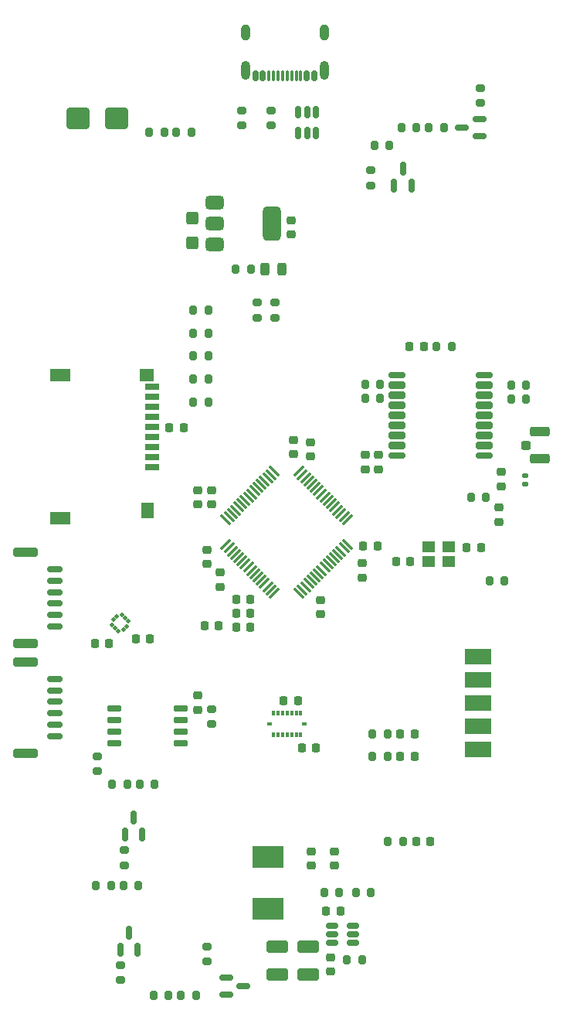
<source format=gtp>
%TF.GenerationSoftware,KiCad,Pcbnew,8.0.3*%
%TF.CreationDate,2025-07-22T23:59:42+01:00*%
%TF.ProjectId,Athena,41746865-6e61-42e6-9b69-6361645f7063,rev?*%
%TF.SameCoordinates,Original*%
%TF.FileFunction,Paste,Top*%
%TF.FilePolarity,Positive*%
%FSLAX46Y46*%
G04 Gerber Fmt 4.6, Leading zero omitted, Abs format (unit mm)*
G04 Created by KiCad (PCBNEW 8.0.3) date 2025-07-22 23:59:42*
%MOMM*%
%LPD*%
G01*
G04 APERTURE LIST*
G04 Aperture macros list*
%AMRoundRect*
0 Rectangle with rounded corners*
0 $1 Rounding radius*
0 $2 $3 $4 $5 $6 $7 $8 $9 X,Y pos of 4 corners*
0 Add a 4 corners polygon primitive as box body*
4,1,4,$2,$3,$4,$5,$6,$7,$8,$9,$2,$3,0*
0 Add four circle primitives for the rounded corners*
1,1,$1+$1,$2,$3*
1,1,$1+$1,$4,$5*
1,1,$1+$1,$6,$7*
1,1,$1+$1,$8,$9*
0 Add four rect primitives between the rounded corners*
20,1,$1+$1,$2,$3,$4,$5,0*
20,1,$1+$1,$4,$5,$6,$7,0*
20,1,$1+$1,$6,$7,$8,$9,0*
20,1,$1+$1,$8,$9,$2,$3,0*%
G04 Aperture macros list end*
%ADD10RoundRect,0.200000X0.200000X0.275000X-0.200000X0.275000X-0.200000X-0.275000X0.200000X-0.275000X0*%
%ADD11RoundRect,0.225000X-0.225000X-0.250000X0.225000X-0.250000X0.225000X0.250000X-0.225000X0.250000X0*%
%ADD12RoundRect,0.147500X-0.172500X0.147500X-0.172500X-0.147500X0.172500X-0.147500X0.172500X0.147500X0*%
%ADD13RoundRect,0.250000X0.425000X-0.450000X0.425000X0.450000X-0.425000X0.450000X-0.425000X-0.450000X0*%
%ADD14RoundRect,0.225000X-0.250000X0.225000X-0.250000X-0.225000X0.250000X-0.225000X0.250000X0.225000X0*%
%ADD15RoundRect,0.200000X0.275000X-0.200000X0.275000X0.200000X-0.275000X0.200000X-0.275000X-0.200000X0*%
%ADD16RoundRect,0.200000X-0.200000X-0.275000X0.200000X-0.275000X0.200000X0.275000X-0.200000X0.275000X0*%
%ADD17RoundRect,0.225000X0.225000X0.250000X-0.225000X0.250000X-0.225000X-0.250000X0.225000X-0.250000X0*%
%ADD18RoundRect,0.225000X0.250000X-0.225000X0.250000X0.225000X-0.250000X0.225000X-0.250000X-0.225000X0*%
%ADD19RoundRect,0.218750X0.218750X0.256250X-0.218750X0.256250X-0.218750X-0.256250X0.218750X-0.256250X0*%
%ADD20RoundRect,0.200000X-0.275000X0.200000X-0.275000X-0.200000X0.275000X-0.200000X0.275000X0.200000X0*%
%ADD21RoundRect,0.150000X-0.700000X0.150000X-0.700000X-0.150000X0.700000X-0.150000X0.700000X0.150000X0*%
%ADD22RoundRect,0.250000X-1.100000X0.250000X-1.100000X-0.250000X1.100000X-0.250000X1.100000X0.250000X0*%
%ADD23RoundRect,0.243750X-0.243750X-0.456250X0.243750X-0.456250X0.243750X0.456250X-0.243750X0.456250X0*%
%ADD24R,1.600000X0.700000*%
%ADD25R,1.600000X1.400000*%
%ADD26R,2.200000X1.400000*%
%ADD27R,1.400000X1.800000*%
%ADD28RoundRect,0.150000X-0.650000X-0.150000X0.650000X-0.150000X0.650000X0.150000X-0.650000X0.150000X0*%
%ADD29RoundRect,0.015750X0.235820X0.010607X0.010607X0.235820X-0.235820X-0.010607X-0.010607X-0.235820X0*%
%ADD30RoundRect,0.150000X0.150000X-0.587500X0.150000X0.587500X-0.150000X0.587500X-0.150000X-0.587500X0*%
%ADD31R,1.400000X1.150000*%
%ADD32RoundRect,0.150000X0.150000X-0.512500X0.150000X0.512500X-0.150000X0.512500X-0.150000X-0.512500X0*%
%ADD33RoundRect,0.250000X-0.925000X0.412500X-0.925000X-0.412500X0.925000X-0.412500X0.925000X0.412500X0*%
%ADD34RoundRect,0.218750X-0.256250X0.218750X-0.256250X-0.218750X0.256250X-0.218750X0.256250X0.218750X0*%
%ADD35R,0.350000X0.590000*%
%ADD36R,0.590000X0.350000*%
%ADD37RoundRect,0.375000X-0.625000X-0.375000X0.625000X-0.375000X0.625000X0.375000X-0.625000X0.375000X0*%
%ADD38RoundRect,0.500000X-0.500000X-1.400000X0.500000X-1.400000X0.500000X1.400000X-0.500000X1.400000X0*%
%ADD39RoundRect,0.150000X0.150000X0.425000X-0.150000X0.425000X-0.150000X-0.425000X0.150000X-0.425000X0*%
%ADD40RoundRect,0.075000X0.075000X0.500000X-0.075000X0.500000X-0.075000X-0.500000X0.075000X-0.500000X0*%
%ADD41O,1.000000X2.100000*%
%ADD42O,1.000000X1.800000*%
%ADD43RoundRect,0.150000X-0.587500X-0.150000X0.587500X-0.150000X0.587500X0.150000X-0.587500X0.150000X0*%
%ADD44RoundRect,0.175000X-0.725000X-0.175000X0.725000X-0.175000X0.725000X0.175000X-0.725000X0.175000X0*%
%ADD45RoundRect,0.200000X-0.700000X-0.200000X0.700000X-0.200000X0.700000X0.200000X-0.700000X0.200000X0*%
%ADD46RoundRect,0.250000X-0.275000X-0.250000X0.275000X-0.250000X0.275000X0.250000X-0.275000X0.250000X0*%
%ADD47RoundRect,0.250000X-0.850000X-0.275000X0.850000X-0.275000X0.850000X0.275000X-0.850000X0.275000X0*%
%ADD48RoundRect,0.075000X-0.441942X-0.548008X0.548008X0.441942X0.441942X0.548008X-0.548008X-0.441942X0*%
%ADD49RoundRect,0.075000X0.441942X-0.548008X0.548008X-0.441942X-0.441942X0.548008X-0.548008X0.441942X0*%
%ADD50RoundRect,0.150000X-0.512500X-0.150000X0.512500X-0.150000X0.512500X0.150000X-0.512500X0.150000X0*%
%ADD51RoundRect,0.150000X0.587500X0.150000X-0.587500X0.150000X-0.587500X-0.150000X0.587500X-0.150000X0*%
%ADD52RoundRect,0.250000X-1.000000X-0.900000X1.000000X-0.900000X1.000000X0.900000X-1.000000X0.900000X0*%
%ADD53R,3.000000X1.800000*%
%ADD54R,3.505200X2.362200*%
G04 APERTURE END LIST*
D10*
%TO.C,R32*%
X152025000Y-87200000D03*
X150375000Y-87200000D03*
%TD*%
D11*
%TO.C,C15*%
X130100000Y-143300000D03*
X131650000Y-143300000D03*
%TD*%
D12*
%TO.C,D3*%
X151900000Y-95615000D03*
X151900000Y-96585000D03*
%TD*%
D13*
%TO.C,C13*%
X115450000Y-70150000D03*
X115450000Y-67450000D03*
%TD*%
D14*
%TO.C,C27*%
X149050000Y-99105000D03*
X149050000Y-100655000D03*
%TD*%
D15*
%TO.C,R21*%
X117000000Y-148825000D03*
X117000000Y-147175000D03*
%TD*%
D16*
%TO.C,R6*%
X129850000Y-141275000D03*
X131500000Y-141275000D03*
%TD*%
D14*
%TO.C,C14*%
X126290000Y-67655000D03*
X126290000Y-69205000D03*
%TD*%
D16*
%TO.C,R29*%
X142175000Y-81500000D03*
X143825000Y-81500000D03*
%TD*%
%TO.C,R20*%
X114175000Y-152500000D03*
X115825000Y-152500000D03*
%TD*%
D15*
%TO.C,R38*%
X135000000Y-63825000D03*
X135000000Y-62175000D03*
%TD*%
D17*
%TO.C,C23*%
X106275000Y-114000000D03*
X104725000Y-114000000D03*
%TD*%
D10*
%TO.C,R27*%
X117150000Y-80010000D03*
X115500000Y-80010000D03*
%TD*%
D18*
%TO.C,C6*%
X116000000Y-98775000D03*
X116000000Y-97225000D03*
%TD*%
D10*
%TO.C,R39*%
X136825000Y-126375000D03*
X135175000Y-126375000D03*
%TD*%
%TO.C,R1*%
X121825000Y-73000000D03*
X120175000Y-73000000D03*
%TD*%
D19*
%TO.C,D4*%
X140787500Y-81500000D03*
X139212500Y-81500000D03*
%TD*%
D14*
%TO.C,C28*%
X135850000Y-93350000D03*
X135850000Y-94900000D03*
%TD*%
D16*
%TO.C,R16*%
X138350000Y-57500000D03*
X140000000Y-57500000D03*
%TD*%
D20*
%TO.C,R12*%
X124500000Y-76675000D03*
X124500000Y-78325000D03*
%TD*%
D21*
%TO.C,J15*%
X100350000Y-117875000D03*
X100350000Y-119125000D03*
X100350000Y-120375000D03*
X100350000Y-121625000D03*
X100350000Y-122875000D03*
X100350000Y-124125000D03*
D22*
X97150000Y-116025000D03*
X97150000Y-125975000D03*
%TD*%
D10*
%TO.C,R25*%
X117150000Y-85030000D03*
X115500000Y-85030000D03*
%TD*%
D14*
%TO.C,C1*%
X117000000Y-103725000D03*
X117000000Y-105275000D03*
%TD*%
%TO.C,C26*%
X134000000Y-105225000D03*
X134000000Y-106775000D03*
%TD*%
D16*
%TO.C,R31*%
X134375000Y-85625000D03*
X136025000Y-85625000D03*
%TD*%
D23*
%TO.C,D1*%
X123350001Y-73000000D03*
X125225001Y-73000000D03*
%TD*%
D24*
%TO.C,J12*%
X111000000Y-94700000D03*
X111000000Y-93600000D03*
X111000000Y-92500000D03*
X111000000Y-91400000D03*
X111000000Y-90300000D03*
X111000000Y-89200000D03*
X111000000Y-88100000D03*
X111000000Y-87000000D03*
X111000000Y-85900000D03*
D25*
X110400000Y-84600000D03*
D26*
X100900000Y-84600000D03*
X100900000Y-100300000D03*
D27*
X110500000Y-99400000D03*
%TD*%
D28*
%TO.C,U20*%
X106900000Y-121095000D03*
X106900000Y-122365000D03*
X106900000Y-123635000D03*
X106900000Y-124905000D03*
X114100000Y-124905000D03*
X114100000Y-123635000D03*
X114100000Y-122365000D03*
X114100000Y-121095000D03*
%TD*%
D10*
%TO.C,R7*%
X134000000Y-148650000D03*
X132350000Y-148650000D03*
%TD*%
D16*
%TO.C,R23*%
X113675000Y-58000000D03*
X115325000Y-58000000D03*
%TD*%
D18*
%TO.C,C17*%
X131000000Y-138275000D03*
X131000000Y-136725000D03*
%TD*%
D19*
%TO.C,D7*%
X139787500Y-123875000D03*
X138212500Y-123875000D03*
%TD*%
D18*
%TO.C,C25*%
X128400000Y-93505000D03*
X128400000Y-91955000D03*
%TD*%
D16*
%TO.C,R22*%
X110675000Y-58000000D03*
X112325000Y-58000000D03*
%TD*%
D10*
%TO.C,R40*%
X136825000Y-123875000D03*
X135175000Y-123875000D03*
%TD*%
D29*
%TO.C,U15*%
X107864160Y-112452713D03*
X108217713Y-112099160D03*
X108394490Y-111547617D03*
X108040937Y-111194063D03*
X107687383Y-110840510D03*
X107135840Y-111017287D03*
X106782287Y-111370840D03*
X106605510Y-111922383D03*
X106959063Y-112275937D03*
X107312617Y-112629490D03*
%TD*%
D30*
%TO.C,Q1*%
X108050000Y-134937500D03*
X109950000Y-134937500D03*
X109000000Y-133062500D03*
%TD*%
D16*
%TO.C,R13*%
X104850000Y-140500000D03*
X106500000Y-140500000D03*
%TD*%
D31*
%TO.C,Y1*%
X141300000Y-105000000D03*
X143500000Y-105000000D03*
X143500000Y-103400000D03*
X141300000Y-103400000D03*
%TD*%
D10*
%TO.C,R35*%
X138512500Y-135650000D03*
X136862500Y-135650000D03*
%TD*%
D11*
%TO.C,C31*%
X112900000Y-90350000D03*
X114450000Y-90350000D03*
%TD*%
D18*
%TO.C,C3*%
X126500000Y-93275000D03*
X126500000Y-91725000D03*
%TD*%
D19*
%TO.C,FB1*%
X121787500Y-112200000D03*
X120212500Y-112200000D03*
%TD*%
D16*
%TO.C,R34*%
X145975000Y-98000000D03*
X147625000Y-98000000D03*
%TD*%
D15*
%TO.C,R3*%
X124050001Y-57287500D03*
X124050001Y-55637500D03*
%TD*%
D17*
%TO.C,C9*%
X118275000Y-112000000D03*
X116725000Y-112000000D03*
%TD*%
D15*
%TO.C,R4*%
X120850001Y-57287500D03*
X120850001Y-55637500D03*
%TD*%
D32*
%TO.C,U2*%
X127050000Y-58137500D03*
X128000000Y-58137500D03*
X128950000Y-58137500D03*
X128950000Y-55862500D03*
X128000000Y-55862500D03*
X127050000Y-55862500D03*
%TD*%
D16*
%TO.C,R17*%
X141350000Y-57500000D03*
X143000000Y-57500000D03*
%TD*%
D17*
%TO.C,C11*%
X139275000Y-105000000D03*
X137725000Y-105000000D03*
%TD*%
D20*
%TO.C,R8*%
X107950000Y-136612500D03*
X107950000Y-138262500D03*
%TD*%
D30*
%TO.C,Q5*%
X137550000Y-63875001D03*
X139450000Y-63875001D03*
X138500000Y-62000001D03*
%TD*%
D14*
%TO.C,C20*%
X130600000Y-148325000D03*
X130600000Y-149875000D03*
%TD*%
%TO.C,C2*%
X129500000Y-109225000D03*
X129500000Y-110775000D03*
%TD*%
D11*
%TO.C,C12*%
X145500000Y-103500000D03*
X147050000Y-103500000D03*
%TD*%
D33*
%TO.C,C19*%
X124750000Y-147187500D03*
X124750000Y-150262500D03*
%TD*%
D16*
%TO.C,R9*%
X106625000Y-129427500D03*
X108275000Y-129427500D03*
%TD*%
D15*
%TO.C,R37*%
X117500000Y-122825000D03*
X117500000Y-121175000D03*
%TD*%
D16*
%TO.C,R30*%
X134375000Y-87125000D03*
X136025000Y-87125000D03*
%TD*%
D19*
%TO.C,D5*%
X141512499Y-135650000D03*
X139937499Y-135650000D03*
%TD*%
D34*
%TO.C,FB2*%
X149300000Y-95212500D03*
X149300000Y-96787500D03*
%TD*%
D16*
%TO.C,R19*%
X111175000Y-152500000D03*
X112825000Y-152500000D03*
%TD*%
D15*
%TO.C,R18*%
X147000000Y-54825000D03*
X147000000Y-53175000D03*
%TD*%
D18*
%TO.C,C30*%
X116010000Y-121235000D03*
X116010000Y-119685000D03*
%TD*%
D11*
%TO.C,C5*%
X134145000Y-103340000D03*
X135695000Y-103340000D03*
%TD*%
D35*
%TO.C,U14*%
X124300000Y-121635000D03*
X124800000Y-121635000D03*
X125300000Y-121635000D03*
X125800000Y-121635000D03*
X126300000Y-121635000D03*
X126800000Y-121635000D03*
X127300000Y-121635000D03*
D36*
X127715000Y-122800000D03*
D35*
X127300000Y-123965000D03*
X126800000Y-123965000D03*
X126300000Y-123965000D03*
X125800000Y-123965000D03*
X125300000Y-123965000D03*
X124800000Y-123965000D03*
X124300000Y-123965000D03*
D36*
X123885000Y-122800000D03*
%TD*%
D10*
%TO.C,R41*%
X137035000Y-59430000D03*
X135385000Y-59430000D03*
%TD*%
D16*
%TO.C,R5*%
X133350001Y-141275000D03*
X135000001Y-141275000D03*
%TD*%
D37*
%TO.C,U3*%
X117850000Y-65700000D03*
X117850000Y-68000000D03*
D38*
X124150000Y-68000000D03*
D37*
X117850000Y-70300000D03*
%TD*%
D39*
%TO.C,J13*%
X128750000Y-51830000D03*
X127950000Y-51830000D03*
D40*
X126800000Y-51830000D03*
X125800000Y-51830000D03*
X125300000Y-51830000D03*
X124300000Y-51830000D03*
D39*
X123150000Y-51830000D03*
X122350000Y-51830000D03*
X122350000Y-51830000D03*
X123150000Y-51830000D03*
D40*
X123800000Y-51830000D03*
X124800000Y-51830000D03*
X126300000Y-51830000D03*
X127300000Y-51830000D03*
D39*
X127950000Y-51830000D03*
X128750000Y-51830000D03*
D41*
X129870000Y-51255000D03*
D42*
X129870000Y-47075000D03*
D41*
X121230000Y-51255000D03*
D42*
X121230000Y-47075000D03*
%TD*%
D43*
%TO.C,Q4*%
X119125000Y-150550000D03*
X119125000Y-152450000D03*
X121000000Y-151500000D03*
%TD*%
D44*
%TO.C,U16*%
X137875000Y-84587500D03*
D45*
X137875000Y-85687500D03*
X137875000Y-86787500D03*
X137875000Y-87887500D03*
X137875000Y-88987500D03*
X137875000Y-90087500D03*
X137875000Y-91187500D03*
X137875000Y-92287500D03*
D44*
X137875000Y-93387500D03*
X147375000Y-93387500D03*
D45*
X147375000Y-92287500D03*
X147375000Y-91187500D03*
X147375000Y-90087500D03*
X147375000Y-88987500D03*
X147375000Y-87887500D03*
X147375000Y-86787500D03*
X147375000Y-85687500D03*
D44*
X147375000Y-84587500D03*
%TD*%
D11*
%TO.C,C22*%
X127425000Y-125400000D03*
X128975000Y-125400000D03*
%TD*%
D14*
%TO.C,C10*%
X118500000Y-106225000D03*
X118500000Y-107775000D03*
%TD*%
D46*
%TO.C,J16*%
X151950000Y-92300000D03*
D47*
X153475000Y-90825000D03*
X153475000Y-93775000D03*
%TD*%
D30*
%TO.C,Q2*%
X107500000Y-147500000D03*
X109400000Y-147500000D03*
X108450000Y-145625000D03*
%TD*%
D14*
%TO.C,C29*%
X134350000Y-93350000D03*
X134350000Y-94900000D03*
%TD*%
D20*
%TO.C,R11*%
X122500000Y-76675000D03*
X122500000Y-78325000D03*
%TD*%
D18*
%TO.C,C16*%
X128490000Y-138275000D03*
X128490000Y-136725000D03*
%TD*%
D16*
%TO.C,R10*%
X109625000Y-129437500D03*
X111275000Y-129437500D03*
%TD*%
D19*
%TO.C,D6*%
X139787500Y-126375000D03*
X138212500Y-126375000D03*
%TD*%
D20*
%TO.C,R36*%
X105000000Y-126350000D03*
X105000000Y-128000000D03*
%TD*%
D48*
%TO.C,U1*%
X119085519Y-103171573D03*
X119439072Y-103525126D03*
X119792625Y-103878679D03*
X120146179Y-104232233D03*
X120499732Y-104585786D03*
X120853286Y-104939340D03*
X121206839Y-105292893D03*
X121560392Y-105646446D03*
X121913946Y-106000000D03*
X122267499Y-106353553D03*
X122621052Y-106707106D03*
X122974606Y-107060660D03*
X123328159Y-107414213D03*
X123681713Y-107767767D03*
X124035266Y-108121320D03*
X124388819Y-108474873D03*
D49*
X127111181Y-108474873D03*
X127464734Y-108121320D03*
X127818287Y-107767767D03*
X128171841Y-107414213D03*
X128525394Y-107060660D03*
X128878948Y-106707106D03*
X129232501Y-106353553D03*
X129586054Y-106000000D03*
X129939608Y-105646446D03*
X130293161Y-105292893D03*
X130646714Y-104939340D03*
X131000268Y-104585786D03*
X131353821Y-104232233D03*
X131707375Y-103878679D03*
X132060928Y-103525126D03*
X132414481Y-103171573D03*
D48*
X132414481Y-100449211D03*
X132060928Y-100095658D03*
X131707375Y-99742105D03*
X131353821Y-99388551D03*
X131000268Y-99034998D03*
X130646714Y-98681444D03*
X130293161Y-98327891D03*
X129939608Y-97974338D03*
X129586054Y-97620784D03*
X129232501Y-97267231D03*
X128878948Y-96913678D03*
X128525394Y-96560124D03*
X128171841Y-96206571D03*
X127818287Y-95853017D03*
X127464734Y-95499464D03*
X127111181Y-95145911D03*
D49*
X124388819Y-95145911D03*
X124035266Y-95499464D03*
X123681713Y-95853017D03*
X123328159Y-96206571D03*
X122974606Y-96560124D03*
X122621052Y-96913678D03*
X122267499Y-97267231D03*
X121913946Y-97620784D03*
X121560392Y-97974338D03*
X121206839Y-98327891D03*
X120853286Y-98681444D03*
X120499732Y-99034998D03*
X120146179Y-99388551D03*
X119792625Y-99742105D03*
X119439072Y-100095658D03*
X119085519Y-100449211D03*
%TD*%
D20*
%TO.C,R15*%
X107500000Y-149175000D03*
X107500000Y-150825000D03*
%TD*%
D16*
%TO.C,R14*%
X107850000Y-140500000D03*
X109500000Y-140500000D03*
%TD*%
D18*
%TO.C,C4*%
X117500000Y-98775000D03*
X117500000Y-97225000D03*
%TD*%
D17*
%TO.C,C8*%
X121775000Y-110700000D03*
X120225000Y-110700000D03*
%TD*%
D11*
%TO.C,C24*%
X109225000Y-113500000D03*
X110775000Y-113500000D03*
%TD*%
D17*
%TO.C,C7*%
X121775000Y-109200000D03*
X120225000Y-109200000D03*
%TD*%
D50*
%TO.C,U5*%
X130725000Y-144875000D03*
X130725000Y-145825000D03*
X130725000Y-146775000D03*
X133000000Y-146775000D03*
X133000000Y-145825000D03*
X133000000Y-144875000D03*
%TD*%
D10*
%TO.C,R28*%
X117150000Y-77500000D03*
X115500000Y-77500000D03*
%TD*%
D51*
%TO.C,Q3*%
X146875001Y-58450000D03*
X146875001Y-56550000D03*
X145000001Y-57500000D03*
%TD*%
D52*
%TO.C,D2*%
X102850000Y-56500000D03*
X107150000Y-56500000D03*
%TD*%
D33*
%TO.C,C18*%
X128100000Y-147150000D03*
X128100000Y-150225000D03*
%TD*%
D53*
%TO.C,U18*%
X146780000Y-115420000D03*
X146780000Y-117960000D03*
X146780000Y-120500000D03*
X146780000Y-123040000D03*
X146780000Y-125580000D03*
%TD*%
D10*
%TO.C,R24*%
X117150000Y-87540000D03*
X115500000Y-87540000D03*
%TD*%
%TO.C,R2*%
X149631000Y-107118000D03*
X147981000Y-107118000D03*
%TD*%
%TO.C,R33*%
X152025000Y-85700000D03*
X150375000Y-85700000D03*
%TD*%
D11*
%TO.C,C21*%
X125425000Y-120275000D03*
X126975000Y-120275000D03*
%TD*%
D54*
%TO.C,L1*%
X123750000Y-137378700D03*
X123750000Y-143021300D03*
%TD*%
D10*
%TO.C,R26*%
X117150000Y-82520000D03*
X115500000Y-82520000D03*
%TD*%
D21*
%TO.C,J14*%
X100350000Y-105875000D03*
X100350000Y-107125000D03*
X100350000Y-108375000D03*
X100350000Y-109625000D03*
X100350000Y-110875000D03*
X100350000Y-112125000D03*
D22*
X97150000Y-104025000D03*
X97150000Y-113975000D03*
%TD*%
M02*

</source>
